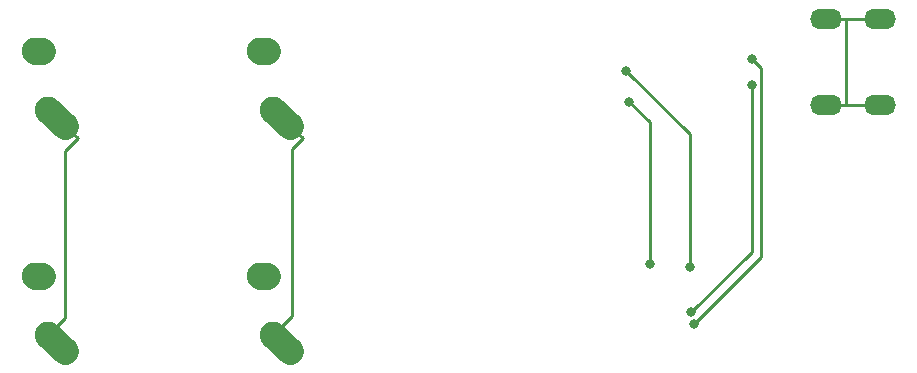
<source format=gbr>
G04 #@! TF.GenerationSoftware,KiCad,Pcbnew,5.1.5*
G04 #@! TF.CreationDate,2020-01-27T21:51:43-06:00*
G04 #@! TF.ProjectId,pcbtut,70636274-7574-42e6-9b69-6361645f7063,rev?*
G04 #@! TF.SameCoordinates,Original*
G04 #@! TF.FileFunction,Copper,L1,Top*
G04 #@! TF.FilePolarity,Positive*
%FSLAX46Y46*%
G04 Gerber Fmt 4.6, Leading zero omitted, Abs format (unit mm)*
G04 Created by KiCad (PCBNEW 5.1.5) date 2020-01-27 21:51:43*
%MOMM*%
%LPD*%
G04 APERTURE LIST*
%ADD10C,2.250000*%
%ADD11C,2.250000*%
%ADD12O,2.700000X1.700000*%
%ADD13C,0.800000*%
%ADD14C,0.254000*%
G04 APERTURE END LIST*
D10*
X136788000Y-137994000D02*
X136208000Y-137954000D01*
D11*
X136208000Y-137954000D03*
D10*
X138748000Y-144304000D02*
X137288000Y-142993998D01*
D11*
X137288000Y-142994000D03*
D12*
X188650000Y-116206000D03*
X188650000Y-123506000D03*
X184150000Y-123506000D03*
X184150000Y-116206000D03*
D10*
X136788000Y-118944000D02*
X136208000Y-118904000D01*
D11*
X136208000Y-118904000D03*
D10*
X138748000Y-125254000D02*
X137288000Y-123943998D01*
D11*
X137288000Y-123944000D03*
D10*
X117738000Y-137994000D02*
X117158000Y-137954000D01*
D11*
X117158000Y-137954000D03*
D10*
X119698000Y-144304000D02*
X118238000Y-142993998D01*
D11*
X118238000Y-142994000D03*
D10*
X117738000Y-118944000D02*
X117158000Y-118904000D01*
D11*
X117158000Y-118904000D03*
D10*
X119698000Y-125254000D02*
X118238000Y-123943998D01*
D11*
X118238000Y-123944000D03*
D13*
X172599000Y-137201700D03*
X167200200Y-120585700D03*
X169182700Y-136992800D03*
X167460800Y-123232200D03*
X172903500Y-142020353D03*
X177850000Y-119600000D03*
X172710932Y-141039068D03*
X177850000Y-121800000D03*
D14*
X167200200Y-120585700D02*
X172599000Y-125984500D01*
X172599000Y-125984500D02*
X172599000Y-137201700D01*
X167460800Y-123232200D02*
X169182700Y-124954100D01*
X169182700Y-124954100D02*
X169182700Y-136992800D01*
X118238000Y-123944000D02*
X118388000Y-123944000D01*
X118388000Y-123944000D02*
X119698000Y-125254000D01*
X119698000Y-125254000D02*
X120803200Y-126245700D01*
X118313000Y-142919000D02*
X118238000Y-142994000D01*
X120803200Y-126245700D02*
X119698000Y-127350900D01*
X119698000Y-127350900D02*
X119698000Y-141534000D01*
X119698000Y-141534000D02*
X118313000Y-142919000D01*
X118313000Y-142919000D02*
X119698000Y-144304000D01*
X137363000Y-142919000D02*
X137288000Y-142994000D01*
X139853200Y-126245700D02*
X138914100Y-127184800D01*
X138914100Y-127184800D02*
X138914100Y-141367900D01*
X138914100Y-141367900D02*
X137363000Y-142919000D01*
X137363000Y-142919000D02*
X138748000Y-144304000D01*
X138748000Y-125254000D02*
X139853200Y-126245700D01*
X178577001Y-136346852D02*
X178577001Y-120327001D01*
X178577001Y-120327001D02*
X177850000Y-119600000D01*
X172903500Y-142020353D02*
X178577001Y-136346852D01*
X185827300Y-116206000D02*
X188650000Y-116206000D01*
X184988700Y-116206000D02*
X185827300Y-116206000D01*
X184150000Y-116206000D02*
X184988700Y-116206000D01*
X185827300Y-123506000D02*
X188650000Y-123506000D01*
X184988700Y-123506000D02*
X185827300Y-123506000D01*
X184150000Y-123506000D02*
X184988700Y-123506000D01*
X185827300Y-123506000D02*
X185827300Y-116206000D01*
X172710932Y-141039068D02*
X177850000Y-135900000D01*
X177850000Y-135900000D02*
X177850000Y-121800000D01*
M02*

</source>
